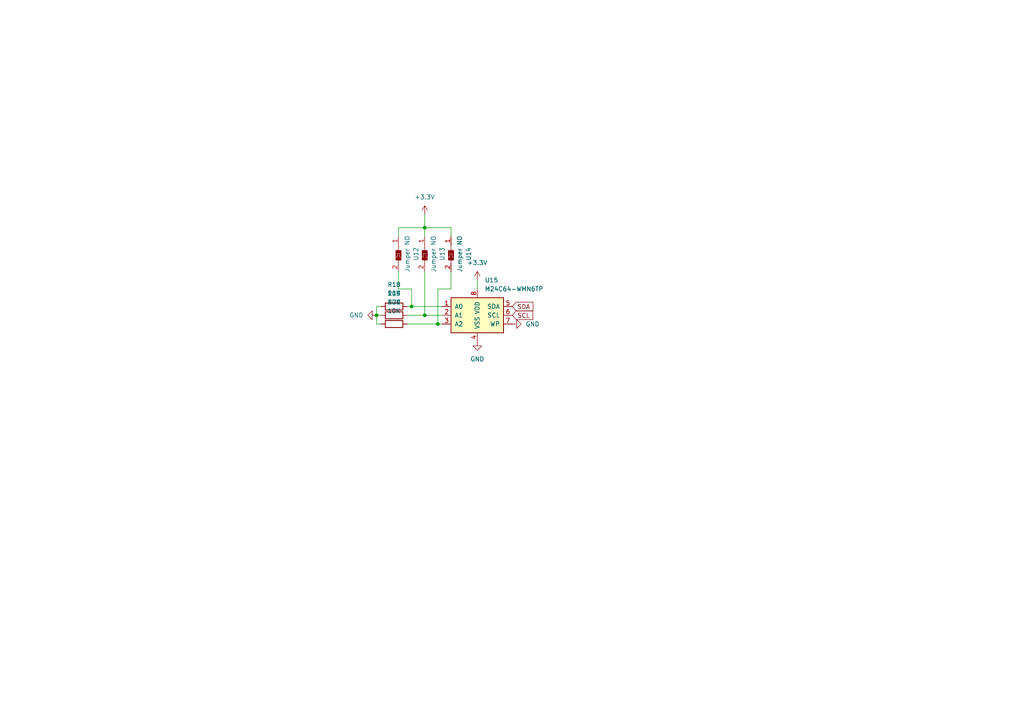
<source format=kicad_sch>
(kicad_sch (version 20250114) (generator "eeschema") (generator_version "9.0")
  (paper "A4")
  (lib_symbols
    (symbol "Custom:OpenJumper"
      (property "Reference" "U" (at 0 0 0))
      (symbol "OpenJumper_0_1"
        (polyline (pts (xy -2.54 -2.54) (xy -1.016 -2.54)))
        (polyline (pts (xy 2.54 -2.54) (xy 1.778 -2.54)))
      )
      (symbol "OpenJumper_1_1"
        (polyline (pts (xy -1.016 -1.778) (xy -1.016 -3.302) (xy 0.762 -3.302) (xy 0.762 -3.048) (xy -0.254 -3.048) (xy -0.254 -2.032) (xy 0.762 -2.032) (xy 0.762 -1.778) (xy -1.016 -1.778)) (fill (type outline)))
        (rectangle (start -0.254 -1.778) (end 0.762 -2.032) (fill (type outline)))
        (polyline (pts (xy 1.778 -2.54) (xy 1.778 -1.778) (xy 1.016 -1.778) (xy 1.016 -2.286) (xy 0 -2.286) (xy 0 -2.794) (xy 1.016 -2.794) (xy 1.016 -3.302) (xy 1.778 -3.302) (xy 1.778 -2.54)) (fill (type outline)))
        (pin passive line (at -5.08 -2.54 0) (length 2.54) (name "") (number "1"))
        (pin passive line (at 5.08 -2.54 180) (length 2.54) (name "") (number "2"))
      )
    )
    (symbol "Device:R" (pin_numbers (hide yes)) (pin_names (offset 0))
      (property "Reference" "R" (at 2.032 0 90))
      (property "Value" "R" (at 0 0 90))
      (symbol "R_0_1"
        (rectangle (start -1.016 -2.54) (end 1.016 2.54) (stroke (width 0.254)))
      )
      (symbol "R_1_1"
        (pin passive line (at 0 3.81 270) (length 1.27) (name "~") (number "1"))
        (pin passive line (at 0 -3.81 90) (length 1.27) (name "~") (number "2"))
      )
    )
    (symbol "Memory_NVRAM:FM24C64B" (pin_names (offset 1.016))
      (property "Reference" "U" (at -5.08 8.89 0))
      (property "Value" "FM24C64B" (at 6.35 -8.89 0))
      (symbol "FM24C64B_0_1"
        (rectangle (start -7.62 5.08) (end 7.62 -5.08) (stroke (width 0.254)) (fill (type background)))
      )
      (symbol "FM24C64B_1_1"
        (pin input line (at -10.16 2.54 0) (length 2.54) (name "A0") (number "1"))
        (pin input line (at -10.16 0 0) (length 2.54) (name "A1") (number "2"))
        (pin input line (at -10.16 -2.54 0) (length 2.54) (name "A2") (number "3"))
        (pin power_in line (at 0 7.62 270) (length 2.54) (name "VDD") (number "8"))
        (pin power_in line (at 0 -7.62 90) (length 2.54) (name "VSS") (number "4"))
        (pin bidirectional line (at 10.16 2.54 180) (length 2.54) (name "SDA") (number "5"))
        (pin input line (at 10.16 0 180) (length 2.54) (name "SCL") (number "6"))
        (pin input line (at 10.16 -2.54 180) (length 2.54) (name "WP") (number "7"))
      )
    )
    (symbol "power:+3.3V" (power) (pin_numbers (hide yes)) (pin_names (offset 0) (hide yes))
      (property "Value" "+3.3V" (at 0 3.556 0))
      (symbol "+3.3V_0_1"
        (polyline (pts (xy -0.762 1.27) (xy 0 2.54)))
        (polyline (pts (xy 0 2.54) (xy 0.762 1.27)))
        (polyline (pts (xy 0 0) (xy 0 2.54)))
      )
      (symbol "+3.3V_1_1"
        (pin power_in line (at 0 0 90) (length 0) (name "~") (number "1"))
      )
    )
    (symbol "power:GND" (power) (pin_numbers (hide yes)) (pin_names (offset 0) (hide yes))
      (property "Value" "GND" (at 0 -3.81 0))
      (symbol "GND_0_1"
        (polyline (pts (xy 0 0) (xy 0 -1.27) (xy 1.27 -1.27) (xy 0 -2.54) (xy -1.27 -1.27) (xy 0 -1.27)))
      )
      (symbol "GND_1_1"
        (pin power_in line (at 0 0 270) (length 0) (name "~") (number "1"))
      )
    )
  )
  (junction (at 123.19 91.44))
  (junction (at 109.22 91.44))
  (junction (at 119.38 88.9))
  (junction (at 123.19 66.04))
  (junction (at 127 93.98))
  (wire (pts (xy 123.19 78.74) (xy 123.19 91.44)))
  (wire (pts (xy 123.19 66.04) (xy 123.19 68.58)))
  (wire (pts (xy 130.81 66.04) (xy 130.81 68.58)))
  (wire (pts (xy 138.43 83.82) (xy 138.43 81.28)))
  (wire (pts (xy 115.57 66.04) (xy 123.19 66.04)))
  (wire (pts (xy 127 83.82) (xy 127 93.98)))
  (wire (pts (xy 119.38 83.82) (xy 119.38 88.9)))
  (wire (pts (xy 123.19 66.04) (xy 130.81 66.04)))
  (wire (pts (xy 115.57 78.74) (xy 115.57 83.82)))
  (wire (pts (xy 123.19 91.44) (xy 128.27 91.44)))
  (wire (pts (xy 109.22 88.9) (xy 109.22 91.44)))
  (wire (pts (xy 123.19 62.23) (xy 123.19 66.04)))
  (wire (pts (xy 118.11 93.98) (xy 127 93.98)))
  (wire (pts (xy 118.11 91.44) (xy 123.19 91.44)))
  (wire (pts (xy 115.57 68.58) (xy 115.57 66.04)))
  (wire (pts (xy 119.38 83.82) (xy 115.57 83.82)))
  (wire (pts (xy 109.22 93.98) (xy 110.49 93.98)))
  (wire (pts (xy 130.81 78.74) (xy 130.81 83.82)))
  (wire (pts (xy 109.22 91.44) (xy 110.49 91.44)))
  (wire (pts (xy 109.22 91.44) (xy 109.22 93.98)))
  (wire (pts (xy 119.38 88.9) (xy 128.27 88.9)))
  (wire (pts (xy 118.11 88.9) (xy 119.38 88.9)))
  (wire (pts (xy 127 93.98) (xy 128.27 93.98)))
  (wire (pts (xy 109.22 88.9) (xy 110.49 88.9)))
  (wire (pts (xy 127 83.82) (xy 130.81 83.82)))
  (global_label "SCL" (shape input) (at 148.59 91.44 0) (property "Intersheetrefs" "${INTERSHEET_REFS}" (effects (hide yes))))
  (global_label "SDA" (shape input) (at 148.59 88.9 0) (property "Intersheetrefs" "${INTERSHEET_REFS}" (effects (hide yes))))
  (symbol (lib_id "Custom:OpenJumper") (at 118.11 73.66 270) (unit 1)
    (property "Reference" "U12" (at 120.65 73.66 0))
    (property "Value" "Jumper NO" (at 118.11 73.66 0))
  )
  (symbol (lib_id "power:+3.3V") (at 123.19 62.23 0) (unit 1)
    (property "Reference" "#PWR065" (effects (hide yes)))
    (property "Value" "+3.3V" (at 123.19 57.15 0))
    (property "Description" "Power symbol creates a global label with name \"+3.3V\"" (effects (hide yes)))
  )
  (symbol (lib_id "power:GND") (at 138.43 99.06 0) (unit 1)
    (property "Reference" "#PWR067" (effects (hide yes)))
    (property "Value" "GND" (at 138.43 104.14 0))
    (property "Description" "Power symbol creates a global label with name \"GND\" , ground" (effects (hide yes)))
  )
  (symbol (lib_id "Device:R") (at 114.3 91.44 90) (unit 1)
    (property "Reference" "R19" (at 114.3 85.09 90))
    (property "Value" "10K" (at 114.3 87.63 90))
    (property "Footprint" "Resistor_SMD:R_0402_1005Metric" (effects (hide yes)))
    (property "Description" "Resistor" (effects (hide yes)))
  )
  (symbol (lib_id "Device:R") (at 114.3 88.9 90) (unit 1)
    (property "Reference" "R18" (at 114.3 82.55 90))
    (property "Value" "10K" (at 114.3 85.09 90))
    (property "Footprint" "Resistor_SMD:R_0402_1005Metric" (effects (hide yes)))
    (property "Description" "Resistor" (effects (hide yes)))
  )
  (symbol (lib_id "power:+3.3V") (at 138.43 81.28 0) (unit 1)
    (property "Reference" "#PWR066" (effects (hide yes)))
    (property "Value" "+3.3V" (at 138.43 76.2 0))
    (property "Description" "Power symbol creates a global label with name \"+3.3V\"" (effects (hide yes)))
  )
  (symbol (lib_id "power:GND") (at 148.59 93.98 90) (unit 1)
    (property "Reference" "#PWR068" (effects (hide yes)))
    (property "Value" "GND" (at 152.4 93.9799 90) (effects (justify right)))
    (property "Description" "Power symbol creates a global label with name \"GND\" , ground" (effects (hide yes)))
  )
  (symbol (lib_id "power:GND") (at 109.22 91.44 270) (unit 1)
    (property "Reference" "#PWR064" (effects (hide yes)))
    (property "Value" "GND" (at 105.41 91.4399 90) (effects (justify right)))
    (property "Description" "Power symbol creates a global label with name \"GND\" , ground" (effects (hide yes)))
  )
  (symbol (lib_id "Custom:OpenJumper") (at 133.35 73.66 270) (unit 1)
    (property "Reference" "U14" (at 135.89 73.66 0))
    (property "Value" "Jumper NO" (at 133.35 73.66 0))
  )
  (symbol (lib_id "Memory_NVRAM:FM24C64B") (at 138.43 91.44 0) (unit 1)
    (property "Reference" "U15" (at 140.5733 81.28 0) (effects (justify left)))
    (property "Value" "M24C64-WMN6TP" (at 140.5733 83.82 0) (effects (justify left)))
    (property "Footprint" "Custom_Foot:SOIC127P600X175-8N" (effects (hide yes)))
    (property "Datasheet" "https://www.st.com/content/ccc/resource/technical/document/datasheet/5c/df/52/a5/15/f2/48/bd/CD00259166.pdf/files/CD00259166.pdf/jcr:content/translations/en.CD00259166.pdf" (effects (hide yes)))
    (property "Description" "64Kb serial EEPROM nonvolatile Memory, SOIC-8" (effects (hide yes)))
  )
  (symbol (lib_id "Device:R") (at 114.3 93.98 90) (unit 1)
    (property "Reference" "R20" (at 114.3 87.63 90))
    (property "Value" "10K" (at 114.3 90.17 90))
    (property "Footprint" "Resistor_SMD:R_0402_1005Metric" (effects (hide yes)))
    (property "Description" "Resistor" (effects (hide yes)))
  )
  (symbol (lib_id "Custom:OpenJumper") (at 125.73 73.66 270) (unit 1)
    (property "Reference" "U13" (at 128.27 73.66 0))
    (property "Value" "Jumper NO" (at 125.73 73.66 0))
  )
)
</source>
